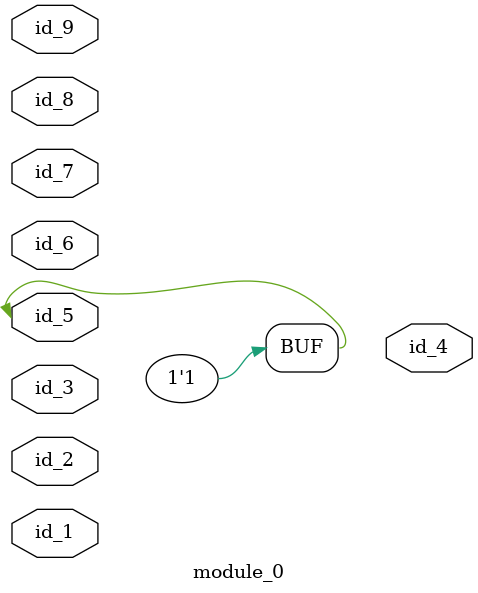
<source format=v>
module module_0 (
    id_1,
    id_2,
    id_3,
    id_4,
    id_5,
    id_6,
    id_7,
    id_8,
    id_9
);
  input id_9;
  input id_8;
  inout id_7;
  input id_6;
  inout id_5;
  output id_4;
  inout id_3;
  input id_2;
  input id_1;
  assign id_5 = 1;
endmodule

</source>
